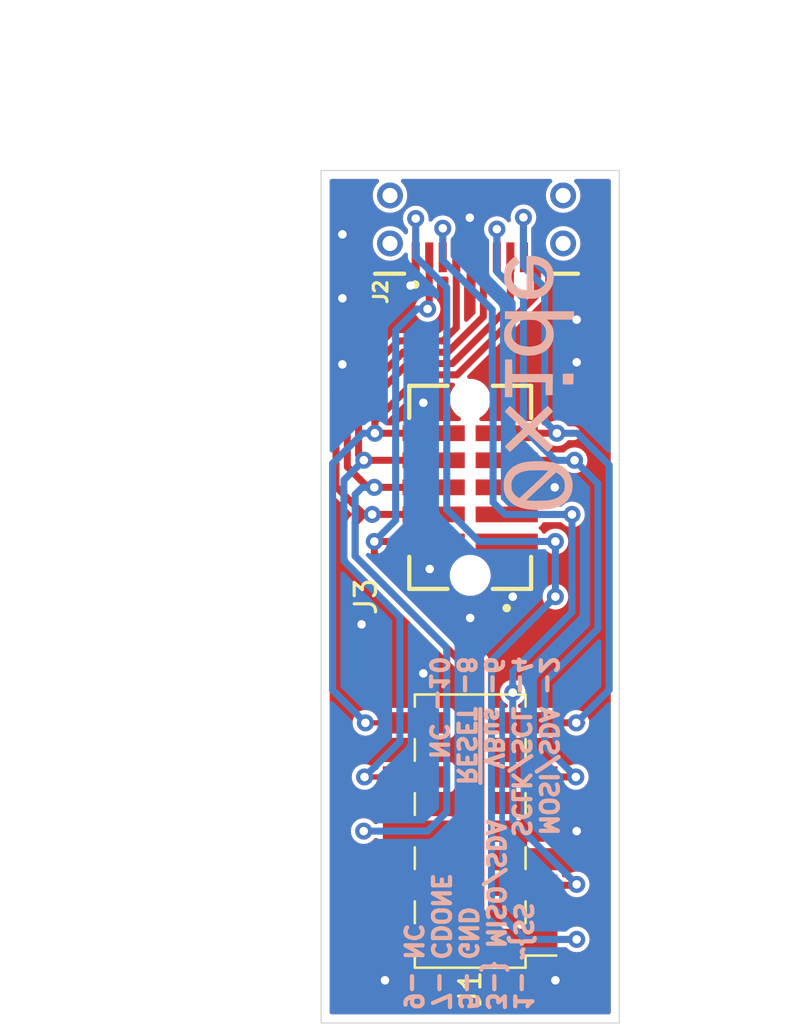
<source format=kicad_pcb>
(kicad_pcb (version 20221018) (generator pcbnew)
  (layers (0 "F.Cu" signal) (1 "In1.Cu" signal) (2 "In2.Cu" signal) (31 "B.Cu" signal) (34 "B.Paste" user) (35 "F.Paste" user) (36 "B.SilkS" user "B.Silkscreen") (37 "F.SilkS" user "F.Silkscreen") (38 "B.Mask" user) (39 "F.Mask" user) (44 "Edge.Cuts" user))
  (net 0 "")
  (net 1 "Net-(J1-Pad10)")
  (net 2 "Net-(J1-Pad9)")
  (net 3 "Net-(J1-Pad8)")
  (net 4 "Net-(J1-Pad7)")
  (net 5 "Net-(J1-Pad6)")
  (net 6 "Net-(J1-Pad4)")
  (net 7 "Net-(J1-Pad3)")
  (net 8 "Net-(J1-Pad2)")
  (net 9 "Net-(J1-Pad1)")
  (net 10 "GND")
  (footprint "Connector_PinHeader_2.54mm:PinHeader_2x05_P2.54mm_Vertical_SMD" (layer "F.Cu") (at 110 131 180)
    (fp_text reference "J1" (at 0 -7.41 270) (layer "F.SilkS"))
    (fp_text value "Conn_02x05_Odd_Even")
    (fp_line (start -4.04 -5.84) (end -2.6 -5.84) (stroke (width 0.12)) (layer "F.SilkS"))
    (fp_line (start -2.6 -6.41) (end -2.6 -5.84) (stroke (width 0.12)) (layer "F.SilkS"))
    (fp_line (start -2.6 -6.41) (end 2.6 -6.41) (stroke (width 0.12)) (layer "F.SilkS"))
    (fp_line (start -2.6 -4.32) (end -2.6 -3.3) (stroke (width 0.12)) (layer "F.SilkS"))
    (fp_line (start -2.6 -1.78) (end -2.6 -0.76) (stroke (width 0.12)) (layer "F.SilkS"))
    (fp_line (start -2.6 0.76) (end -2.6 1.78) (stroke (width 0.12)) (layer "F.SilkS"))
    (fp_line (start -2.6 3.3) (end -2.6 4.32) (stroke (width 0.12)) (layer "F.SilkS"))
    (fp_line (start -2.6 5.84) (end -2.6 6.41) (stroke (width 0.12)) (layer "F.SilkS"))
    (fp_line (start -2.6 6.41) (end 2.6 6.41) (stroke (width 0.12)) (layer "F.SilkS"))
    (fp_line (start 2.6 -6.41) (end 2.6 -5.84) (stroke (width 0.12)) (layer "F.SilkS"))
    (fp_line (start 2.6 -4.32) (end 2.6 -3.3) (stroke (width 0.12)) (layer "F.SilkS"))
    (fp_line (start 2.6 -1.78) (end 2.6 -0.76) (stroke (width 0.12)) (layer "F.SilkS"))
    (fp_line (start 2.6 0.76) (end 2.6 1.78) (stroke (width 0.12)) (layer "F.SilkS"))
    (fp_line (start 2.6 3.3) (end 2.6 4.32) (stroke (width 0.12)) (layer "F.SilkS"))
    (fp_line (start 2.6 5.84) (end 2.6 6.41) (stroke (width 0.12)) (layer "F.SilkS"))
    (pad "1" smd rect (at -2.525 -5.08 180) (size 3.15 1) (layers "F.Cu" "F.Paste" "F.Mask") (net 9 "Net-(J1-Pad1)"))
    (pad "2" smd rect (at 2.525 -5.08 180) (size 3.15 1) (layers "F.Cu" "F.Paste" "F.Mask") (net 8 "Net-(J1-Pad2)"))
    (pad "3" smd rect (at -2.525 -2.54 180) (size 3.15 1) (layers "F.Cu" "F.Paste" "F.Mask") (net 7 "Net-(J1-Pad3)"))
    (pad "4" smd rect (at 2.525 -2.54 180) (size 3.15 1) (layers "F.Cu" "F.Paste" "F.Mask") (net 6 "Net-(J1-Pad4)"))
    (pad "5" smd rect (at -2.525 0 180) (size 3.15 1) (layers "F.Cu" "F.Paste" "F.Mask") (net 10 "GND"))
    (pad "6" smd rect (at 2.525 0 180) (size 3.15 1) (layers "F.Cu" "F.Paste" "F.Mask") (net 5 "Net-(J1-Pad6)"))
    (pad "7" smd rect (at -2.525 2.54 180) (size 3.15 1) (layers "F.Cu" "F.Paste" "F.Mask") (net 4 "Net-(J1-Pad7)"))
    (pad "8" smd rect (at 2.525 2.54 180) (size 3.15 1) (layers "F.Cu" "F.Paste" "F.Mask") (net 3 "Net-(J1-Pad8)"))
    (pad "9" smd rect (at -2.525 5.08 180) (size 3.15 1) (layers "F.Cu" "F.Paste" "F.Mask") (net 2 "Net-(J1-Pad9)"))
    (pad "10" smd rect (at 2.525 5.08 180) (size 3.15 1) (layers "F.Cu" "F.Paste" "F.Mask") (net 1 "Net-(J1-Pad10)"))
  )
  (footprint "samtec:SAMTEC_TFC-105-02-F-D-A-K" (layer "F.Cu") (at 110 114.87 90)
    (fp_text reference "J3" (at -5.13 -4.9 90) (layer "F.SilkS"))
    (fp_text value "TFC-105-02-F-D-A-K")
    (fp_line (start -4.765 -2.86) (end -4.765 -1.06366) (stroke (width 0.2)) (layer "F.SilkS"))
    (fp_line (start -4.765 -2.86) (end -3.26 -2.86) (stroke (width 0.2)) (layer "F.SilkS"))
    (fp_line (start -4.765 1.06366) (end -4.765 2.86) (stroke (width 0.2)) (layer "F.SilkS"))
    (fp_line (start -3.26 2.86) (end -4.765 2.86) (stroke (width 0.2)) (layer "F.SilkS"))
    (fp_line (start 3.26 -2.86) (end 4.765 -2.86) (stroke (width 0.2)) (layer "F.SilkS"))
    (fp_line (start 3.26 2.86) (end 4.765 2.86) (stroke (width 0.2)) (layer "F.SilkS"))
    (fp_line (start 4.765 -1.06366) (end 4.765 -2.86) (stroke (width 0.2)) (layer "F.SilkS"))
    (fp_line (start 4.765 2.86) (end 4.765 1.06366) (stroke (width 0.2)) (layer "F.SilkS"))
    (fp_circle (center -5.665 1.715) (end -5.565 1.715) (stroke (width 0.2)) (fill none) (layer "F.SilkS"))
    (pad "" np_thru_hole circle (at -4.13 0 90) (size 1.42 1.42) (drill 1.42) (layers "*.Cu" "*.Mask"))
    (pad "" np_thru_hole circle (at 4.13 0 90) (size 1.42 1.42) (drill 1.42) (layers "*.Cu" "*.Mask"))
    (pad "01" smd rect (at -2.54 1.715 90) (size 0.74 2.92) (layers "F.Cu" "F.Paste" "F.Mask") (net 9 "Net-(J1-Pad1)"))
    (pad "02" smd rect (at -2.54 -1.715 90) (size 0.74 2.92) (layers "F.Cu" "F.Paste" "F.Mask") (net 8 "Net-(J1-Pad2)"))
    (pad "03" smd rect (at -1.27 1.715 90) (size 0.74 2.92) (layers "F.Cu" "F.Paste" "F.Mask") (net 7 "Net-(J1-Pad3)"))
    (pad "04" smd rect (at -1.27 -1.715 90) (size 0.74 2.92) (layers "F.Cu" "F.Paste" "F.Mask") (net 6 "Net-(J1-Pad4)"))
    (pad "05" smd rect (at 0 1.715 90) (size 0.74 2.92) (layers "F.Cu" "F.Paste" "F.Mask") (net 10 "GND"))
    (pad "06" smd rect (at 0 -1.715 90) (size 0.74 2.92) (layers "F.Cu" "F.Paste" "F.Mask") (net 5 "Net-(J1-Pad6)"))
    (pad "07" smd rect (at 1.27 1.715 90) (size 0.74 2.92) (layers "F.Cu" "F.Paste" "F.Mask") (net 4 "Net-(J1-Pad7)"))
    (pad "08" smd rect (at 1.27 -1.715 90) (size 0.74 2.92) (layers "F.Cu" "F.Paste" "F.Mask") (net 3 "Net-(J1-Pad8)"))
    (pad "09" smd rect (at 2.54 1.715 90) (size 0.74 2.92) (layers "F.Cu" "F.Paste" "F.Mask") (net 2 "Net-(J1-Pad9)"))
    (pad "10" smd rect (at 2.54 -1.715 90) (size 0.74 2.92) (layers "F.Cu" "F.Paste" "F.Mask") (net 1 "Net-(J1-Pad10)"))
  )
  (footprint "samtec:SAMTEC_SFM-105-02-X-DH-XX" (layer "F.Cu") (at 110.3 102.3)
    (fp_text reference "J2" (at -4.5 3.4 90) (layer "F.SilkS") (effects (font (size 0.64 0.64))))
    (fp_text value "SFM-105-02-X-DH-XX")
    (fp_line (start -4.765 2.545) (end -3.3975 2.545) (stroke (width 0.2)) (layer "F.SilkS"))
    (fp_line (start 3.3975 2.545) (end 4.7625 2.545) (stroke (width 0.2)) (layer "F.SilkS"))
    (fp_circle (center -2.88 3.055) (end -2.78 3.055) (stroke (width 0.2)) (fill none) (layer "F.SilkS"))
    (pad "01" smd rect (at -2.8575 1.775) (size 0.38 1.4) (layers "F.Cu" "F.Paste" "F.Mask") (net 9 "Net-(J1-Pad1)"))
    (pad "02" smd rect (at -2.2225 1.775) (size 0.38 1.4) (layers "F.Cu" "F.Paste" "F.Mask") (net 8 "Net-(J1-Pad2)"))
    (pad "03" smd rect (at -1.5875 1.775) (size 0.38 1.4) (layers "F.Cu" "F.Paste" "F.Mask") (net 7 "Net-(J1-Pad3)"))
    (pad "04" smd rect (at -0.9525 1.775) (size 0.38 1.4) (layers "F.Cu" "F.Paste" "F.Mask") (net 6 "Net-(J1-Pad4)"))
    (pad "05" smd rect (at -0.3175 1.775) (size 0.38 1.4) (layers "F.Cu" "F.Paste" "F.Mask") (net 10 "GND"))
    (pad "06" smd rect (at 0.3175 1.775) (size 0.38 1.4) (layers "F.Cu" "F.Paste" "F.Mask") (net 5 "Net-(J1-Pad6)"))
    (pad "07" smd rect (at 0.9525 1.775) (size 0.38 1.4) (layers "F.Cu" "F.Paste" "F.Mask") (net 4 "Net-(J1-Pad7)"))
    (pad "08" smd rect (at 1.5875 1.775) (size 0.38 1.4) (layers "F.Cu" "F.Paste" "F.Mask") (net 3 "Net-(J1-Pad8)"))
    (pad "09" smd rect (at 2.2225 1.775) (size 0.38 1.4) (layers "F.Cu" "F.Paste" "F.Mask") (net 2 "Net-(J1-Pad9)"))
    (pad "10" smd rect (at 2.8575 1.775) (size 0.38 1.4) (layers "F.Cu" "F.Paste" "F.Mask") (net 1 "Net-(J1-Pad10)"))
    (pad "S1" thru_hole circle (at -4.0645 1.125) (size 1.218 1.218) (drill 0.71) (layers "*.Cu" "*.Mask"))
    (pad "S2" thru_hole circle (at 4.0645 1.125) (size 1.218 1.218) (drill 0.71) (layers "*.Cu" "*.Mask"))
    (pad "S3" thru_hole circle (at -4.0645 -1.125) (size 1.218 1.218) (drill 0.71) (layers "*.Cu" "*.Mask"))
    (pad "S4" thru_hole circle (at 4.0645 -1.125) (size 1.218 1.218) (drill 0.71) (layers "*.Cu" "*.Mask"))
  )
  (footprint "tps:OXIDE_Wordmark" (layer "B.Cu") (at 116.1 110 90)
    (fp_text reference "Ref**" hide)
    (fp_text value "Val**" hide)
    (fp_poly (pts (xy 0.4445 -4.126451) (xy 0.788458 -4.132267) (xy 1.132417 -4.138083) (xy 1.132417 -4.455583) (xy 0.248708 -4.461107) (xy -0.635 -4.466631) (xy -0.635 -4.1275) (xy 0.0635 -4.1275) (xy 0.0635 -2.562329) (xy -0.53975 -2.550583) (xy -0.53975 -2.233083) (xy -0.047625 -2.227401) (xy 0.4445 -2.22172) (xy 0.4445 -4.126451)) (stroke (width 0.01)) (fill solid) (layer "B.SilkS"))
    (fp_poly (pts (xy 0.461052 -1.496864) (xy 0.455083 -1.74625) (xy 0.216561 -1.752238) (xy 0.107024 -1.753809) (xy 0.033471 -1.751636) (xy -0.010329 -1.745156) (xy -0.030606 -1.733803) (xy -0.03293 -1.729641) (xy -0.036949 -1.697466) (xy -0.039086 -1.633332) (xy -0.039137 -1.547579) (xy -0.037825 -1.480236) (xy -0.03175 -1.259417) (xy 0.217636 -1.253447) (xy 0.467022 -1.247478) (xy 0.461052 -1.496864)) (stroke (width 0.01)) (fill solid) (layer "B.SilkS"))
    (fp_poly (pts (xy 3.386667 -4.466167) (xy 3.026833 -4.466167) (xy 3.025723 -4.280958) (xy 3.024809 -4.193153) (xy 3.022307 -4.141869) (xy 3.016632 -4.121294) (xy 3.006198 -4.125615) (xy 2.989657 -4.148667) (xy 2.913923 -4.241229) (xy 2.81436 -4.332869) (xy 2.707379 -4.409508) (xy 2.648073 -4.441689) (xy 2.586272 -4.467532) (xy 2.526031 -4.484597) (xy 2.454926 -4.495061) (xy 2.360532 -4.5011) (xy 2.296583 -4.503257) (xy 2.188544 -4.505218) (xy 2.110537 -4.502959) (xy 2.050348 -4.494936) (xy 1.995759 -4.479605) (xy 1.941622 -4.458411) (xy 1.769417 -4.366065) (xy 1.625772 -4.244667) (xy 1.507305 -4.090976) (xy 1.449501 -3.987184) (xy 1.376628 -3.807217) (xy 1.332 -3.614466) (xy 1.313492 -3.39892) (xy 1.312701 -3.342427) (xy 1.315068 -3.308179) (xy 1.726857 -3.308179) (xy 1.737445 -3.513563) (xy 1.778293 -3.710359) (xy 1.801156 -3.778709) (xy 1.863899 -3.900174) (xy 1.952014 -4.007591) (xy 2.055875 -4.09112) (xy 2.151381 -4.136647) (xy 2.284939 -4.161085) (xy 2.430516 -4.157493) (xy 2.57005 -4.127296) (xy 2.64139 -4.098001) (xy 2.763556 -4.013489) (xy 2.866549 -3.896475) (xy 2.943361 -3.755009) (xy 2.946097 -3.748179) (xy 2.965858 -3.692102) (xy 2.979273 -3.63535) (xy 2.987529 -3.567793) (xy 2.99181 -3.4793) (xy 2.993301 -3.359738) (xy 2.993346 -3.344333) (xy 2.992785 -3.222928) (xy 2.989645 -3.133553) (xy 2.982691 -3.065927) (xy 2.970692 -3.009768) (xy 2.952414 -2.954794) (xy 2.944055 -2.933302) (xy 2.871555 -2.797929) (xy 2.772882 -2.681421) (xy 2.657228 -2.5941) (xy 2.628233 -2.578762) (xy 2.553021 -2.549476) (xy 2.469946 -2.534348) (xy 2.370667 -2.530084) (xy 2.205827 -2.547664) (xy 2.062966 -2.601205) (xy 1.943558 -2.689701) (xy 1.849077 -2.812145) (xy 1.796725 -2.922302) (xy 1.746595 -3.106871) (xy 1.726857 -3.308179) (xy 1.315068 -3.308179) (xy 1.328745 -3.110308) (xy 1.376439 -2.896776) (xy 1.453815 -2.704978) (xy 1.558906 -2.538059) (xy 1.689747 -2.399166) (xy 1.844369 -2.291446) (xy 2.014325 -2.219987) (xy 2.190878 -2.184401) (xy 2.372311 -2.180516) (xy 2.54669 -2.207608) (xy 2.694497 -2.26116) (xy 2.809611 -2.33033) (xy 2.90569 -2.411953) (xy 2.919886 -2.427341) (xy 3.005667 -2.524793) (xy 3.005667 -1.227667) (xy 3.386667 -1.227667) (xy 3.386667 -4.466167)) (stroke (width 0.01)) (fill solid) (layer "B.SilkS"))
    (fp_poly (pts (xy 5.195858 -2.191101) (xy 5.351424 -2.224508) (xy 5.496818 -2.284052) (xy 5.52461 -2.298686) (xy 5.661763 -2.396914) (xy 5.777677 -2.528698) (xy 5.870384 -2.689902) (xy 5.937911 -2.876388) (xy 5.97829 -3.08402) (xy 5.989799 -3.275542) (xy 5.990167 -3.450167) (xy 4.375577 -3.450167) (xy 4.387599 -3.566646) (xy 4.419248 -3.710276) (xy 4.480202 -3.849328) (xy 4.562991 -3.967663) (xy 4.583227 -3.989149) (xy 4.704753 -4.082705) (xy 4.842227 -4.141264) (xy 4.988879 -4.165553) (xy 5.13794 -4.156296) (xy 5.282642 -4.11422) (xy 5.416215 -4.04005) (xy 5.531889 -3.934511) (xy 5.57199 -3.883166) (xy 5.613935 -3.830594) (xy 5.650636 -3.796349) (xy 5.667095 -3.788833) (xy 5.701578 -3.799071) (xy 5.756696 -3.825462) (xy 5.821584 -3.861521) (xy 5.885378 -3.900764) (xy 5.937211 -3.936707) (xy 5.966219 -3.962865) (xy 5.969 -3.969017) (xy 5.954799 -4.002263) (xy 5.917016 -4.056215) (xy 5.862882 -4.122552) (xy 5.799625 -4.192948) (xy 5.734477 -4.259082) (xy 5.674667 -4.312629) (xy 5.661545 -4.322961) (xy 5.558467 -4.39322) (xy 5.456769 -4.442925) (xy 5.345387 -4.475415) (xy 5.213256 -4.494026) (xy 5.069417 -4.50162) (xy 4.945993 -4.50328) (xy 4.853446 -4.500062) (xy 4.780501 -4.490993) (xy 4.715881 -4.475103) (xy 4.699 -4.469717) (xy 4.514781 -4.393684) (xy 4.362876 -4.296445) (xy 4.238456 -4.173225) (xy 4.13669 -4.019245) (xy 4.053277 -3.831167) (xy 4.027956 -3.75666) (xy 4.010247 -3.686977) (xy 3.998339 -3.610391) (xy 3.990417 -3.515173) (xy 3.984671 -3.389598) (xy 3.98456 -3.386545) (xy 3.985851 -3.166055) (xy 3.997281 -3.069961) (xy 4.3815 -3.069961) (xy 4.3815 -3.132667) (xy 5.593896 -3.132667) (xy 5.581517 -3.028145) (xy 5.547595 -2.88332) (xy 5.484744 -2.750843) (xy 5.398629 -2.638628) (xy 5.294913 -2.554588) (xy 5.215802 -2.517081) (xy 5.092361 -2.491781) (xy 4.953942 -2.490709) (xy 4.819655 -2.512989) (xy 4.745827 -2.5386) (xy 4.637937 -2.60546) (xy 4.540475 -2.700911) (xy 4.46056 -2.814571) (xy 4.405311 -2.936058) (xy 4.381845 -3.05499) (xy 4.3815 -3.069961) (xy 3.997281 -3.069961) (xy 4.008364 -2.976795) (xy 4.054246 -2.812201) (xy 4.125643 -2.665711) (xy 4.2247 -2.530763) (xy 4.285953 -2.46488) (xy 4.430745 -2.342614) (xy 4.588767 -2.256049) (xy 4.765543 -2.203035) (xy 4.966595 -2.181424) (xy 5.0165 -2.180669) (xy 5.195858 -2.191101)) (stroke (width 0.01)) (fill solid) (layer "B.SilkS"))
    (fp_poly (pts (xy -1.278401 -2.236675) (xy -1.232394 -2.274179) (xy -1.175575 -2.327482) (xy -1.164476 -2.338604) (xy -1.049814 -2.454708) (xy -1.103129 -2.513229) (xy -1.13245 -2.544928) (xy -1.186016 -2.602362) (xy -1.259056 -2.680436) (xy -1.346803 -2.774056) (xy -1.444487 -2.878129) (xy -1.509555 -2.947376) (xy -1.607632 -3.052641) (xy -1.69524 -3.148461) (xy -1.768403 -3.23034) (xy -1.823143 -3.293779) (xy -1.855484 -3.334282) (xy -1.862667 -3.34667) (xy -1.848708 -3.368232) (xy -1.809574 -3.415706) (xy -1.749382 -3.484439) (xy -1.672247 -3.569779) (xy -1.582283 -3.667072) (xy -1.530274 -3.72246) (xy -1.429905 -3.828826) (xy -1.334877 -3.929606) (xy -1.250562 -4.019096) (xy -1.182332 -4.091593) (xy -1.135559 -4.141396) (xy -1.123676 -4.154097) (xy -1.049471 -4.233611) (xy -1.164304 -4.349889) (xy -1.222249 -4.405368) (xy -1.271173 -4.446457) (xy -1.301965 -4.465624) (xy -1.304999 -4.466167) (xy -1.325712 -4.451257) (xy -1.371111 -4.409195) (xy -1.437216 -4.343982) (xy -1.520047 -4.259616) (xy -1.615625 -4.160098) (xy -1.719972 -4.049428) (xy -1.726133 -4.042833) (xy -1.829946 -3.931909) (xy -1.92406 -3.831844) (xy -2.004703 -3.746609) (xy -2.068103 -3.680173) (xy -2.110489 -3.636506) (xy -2.128089 -3.619581) (xy -2.1283 -3.6195) (xy -2.14396 -3.634337) (xy -2.184679 -3.676202) (xy -2.246686 -3.741124) (xy -2.326208 -3.825133) (xy -2.419474 -3.924259) (xy -2.522712 -4.03453) (xy -2.530466 -4.042833) (xy -2.635144 -4.154006) (xy -2.731217 -4.25426) (xy -2.814718 -4.339596) (xy -2.881679 -4.406016) (xy -2.928132 -4.449521) (xy -2.95011 -4.466114) (xy -2.950551 -4.466167) (xy -2.9764 -4.452) (xy -3.022183 -4.414524) (xy -3.078839 -4.361278) (xy -3.089661 -4.35043) (xy -3.20396 -4.234694) (xy -3.163022 -4.187491) (xy -3.137532 -4.159344) (xy -3.087508 -4.105161) (xy -3.017418 -4.029744) (xy -2.931732 -3.937892) (xy -2.834919 -3.834408) (xy -2.756958 -3.751263) (xy -2.657313 -3.644485) (xy -2.568028 -3.54764) (xy -2.492995 -3.465045) (xy -2.436104 -3.401014) (xy -2.401246 -3.359866) (xy -2.391833 -3.34623) (xy -2.405771 -3.32722) (xy -2.445112 -3.281569) (xy -2.506148 -3.213371) (xy -2.585174 -3.126721) (xy -2.678482 -3.025713) (xy -2.782364 -2.914442) (xy -2.794 -2.902046) (xy -2.898788 -2.789951) (xy -2.993402 -2.687724) (xy -3.074136 -2.599449) (xy -3.137284 -2.529214) (xy -3.17914 -2.481106) (xy -3.195998 -2.459211) (xy -3.196167 -2.458586) (xy -3.181583 -2.43494) (xy -3.144171 -2.39306) (xy -3.093436 -2.342035) (xy -3.038887 -2.290951) (xy -2.990029 -2.248899) (xy -2.956371 -2.224965) (xy -2.9492 -2.2225) (xy -2.928912 -2.237398) (xy -2.884166 -2.279297) (xy -2.819124 -2.343998) (xy -2.737944 -2.427307) (xy -2.644786 -2.525027) (xy -2.566263 -2.608792) (xy -2.465051 -2.717232) (xy -2.371404 -2.817005) (xy -2.289805 -2.90338) (xy -2.224733 -2.971627) (xy -2.180673 -3.017015) (xy -2.164327 -3.033018) (xy -2.150973 -3.043357) (xy -2.136607 -3.047203) (xy -2.117706 -3.041451) (xy -2.090744 -3.022995) (xy -2.052198 -2.988731) (xy -1.998543 -2.935552) (xy -1.926255 -2.860354) (xy -1.83181 -2.760032) (xy -1.725917 -2.646726) (xy -1.621117 -2.535419) (xy -1.524885 -2.435029) (xy -1.441189 -2.349554) (xy -1.373999 -2.282987) (xy -1.327284 -2.239325) (xy -1.305013 -2.222563) (xy -1.304514 -2.2225) (xy -1.278401 -2.236675)) (stroke (width 0.01)) (fill solid) (layer "B.SilkS"))
    (fp_poly (pts (xy -4.675036 -1.295936) (xy -4.484656 -1.330601) (xy -4.303736 -1.397947) (xy -4.138338 -1.497972) (xy -4.010642 -1.612812) (xy -3.905713 -1.748637) (xy -3.813444 -1.911425) (xy -3.741802 -2.086071) (xy -3.717102 -2.169583) (xy -3.679445 -2.36016) (xy -3.65476 -2.57884) (xy -3.643045 -2.813861) (xy -3.644295 -3.053461) (xy -3.658509 -3.285876) (xy -3.685684 -3.499345) (xy -3.717443 -3.65125) (xy -3.792811 -3.872625) (xy -3.896265 -4.065046) (xy -4.026248 -4.226827) (xy -4.181206 -4.356277) (xy -4.359582 -4.45171) (xy -4.497072 -4.497246) (xy -4.625221 -4.519042) (xy -4.77358 -4.527006) (xy -4.923384 -4.521187) (xy -5.055873 -4.501634) (xy -5.08 -4.495717) (xy -5.221341 -4.449057) (xy -5.342254 -4.387037) (xy -5.458698 -4.300619) (xy -5.517536 -4.247963) (xy -5.645956 -4.100054) (xy -5.750039 -3.919151) (xy -5.798739 -3.788478) (xy -5.380564 -3.788478) (xy -5.323576 -3.88572) (xy -5.252501 -3.97668) (xy -5.155233 -4.061004) (xy -5.04746 -4.125888) (xy -5.009813 -4.141765) (xy -4.954996 -4.154317) (xy -4.87476 -4.163773) (xy -4.786007 -4.168172) (xy -4.781756 -4.168223) (xy -4.688807 -4.166501) (xy -4.618593 -4.156304) (xy -4.551732 -4.133416) (xy -4.491562 -4.105105) (xy -4.388118 -4.044131) (xy -4.307787 -3.972214) (xy -4.240409 -3.878379) (xy -4.187276 -3.776484) (xy -4.147029 -3.679713) (xy -4.115956 -3.577173) (xy -4.093113 -3.462092) (xy -4.077559 -3.327698) (xy -4.068352 -3.167219) (xy -4.06455 -2.973884) (xy -4.064324 -2.89268) (xy -4.06524 -2.761313) (xy -4.067605 -2.64363) (xy -4.071157 -2.546483) (xy -4.075633 -2.476725) (xy -4.080768 -2.44121) (xy -4.081745 -2.438978) (xy -4.094028 -2.441494) (xy -4.123059 -2.463443) (xy -4.170037 -2.506065) (xy -4.23616 -2.5706) (xy -4.322628 -2.658287) (xy -4.430637 -2.770367) (xy -4.561386 -2.90808) (xy -4.716075 -3.072664) (xy -4.8959 -3.265361) (xy -5.102061 -3.487409) (xy -5.258427 -3.656364) (xy -5.380564 -3.788478) (xy -5.798739 -3.788478) (xy -5.829916 -3.704824) (xy -5.885719 -3.456641) (xy -5.917578 -3.174173) (xy -5.920965 -3.06725) (xy -5.504662 -3.06725) (xy -5.503266 -3.196776) (xy -5.499525 -3.305294) (xy -5.493293 -3.384085) (xy -5.489761 -3.406902) (xy -5.478905 -3.45141) (xy -5.465795 -3.459718) (xy -5.440946 -3.437338) (xy -5.439691 -3.436006) (xy -5.417811 -3.412621) (xy -5.370257 -3.361692) (xy -5.300223 -3.286644) (xy -5.210901 -3.190898) (xy -5.105485 -3.077877) (xy -4.987167 -2.951004) (xy -4.859139 -2.813702) (xy -4.786158 -2.735427) (xy -4.169124 -2.073604) (xy -4.204129 -2.005177) (xy -4.297501 -1.864449) (xy -4.417059 -1.756702) (xy -4.469902 -1.724003) (xy -4.527593 -1.694193) (xy -4.578296 -1.675714) (xy -4.635368 -1.665911) (xy -4.712168 -1.662129) (xy -4.783667 -1.661642) (xy -4.886598 -1.663391) (xy -4.959796 -1.669942) (xy -5.015772 -1.683349) (xy -5.067037 -1.705672) (xy -5.074146 -1.70941) (xy -5.207306 -1.804256) (xy -5.316898 -1.933523) (xy -5.402116 -2.095939) (xy -5.462155 -2.29023) (xy -5.471929 -2.337253) (xy -5.481551 -2.409705) (xy -5.489701 -2.513469) (xy -5.496232 -2.639826) (xy -5.501 -2.780055) (xy -5.503858 -2.925436) (xy -5.504662 -3.06725) (xy -5.920965 -3.06725) (xy -5.925933 -2.910417) (xy -5.914068 -2.600423) (xy -5.878318 -2.324734) (xy -5.818457 -2.082548) (xy -5.734256 -1.873062) (xy -5.625486 -1.695474) (xy -5.556692 -1.612812) (xy -5.409932 -1.484077) (xy -5.242326 -1.388021) (xy -5.059933 -1.324646) (xy -4.868816 -1.293951) (xy -4.675036 -1.295936)) (stroke (width 0.01)) (fill solid) (layer "B.SilkS"))
  )
  (gr_line (start 103 140) (end 103 100) (stroke (width 0.05)) (layer "Edge.Cuts"))
  (gr_line (start 117 100) (end 117 140) (stroke (width 0.05)) (layer "Edge.Cuts"))
  (gr_line (start 117 140) (end 103 140) (stroke (width 0.05)) (layer "Edge.Cuts"))
  (gr_line (start 103 100) (end 117 100) (stroke (width 0.05)) (layer "Edge.Cuts"))
  (gr_text "1- ~{SS\n3-} MISO/SDA\n5- GND\n7- CDONE\n9- NC" (at 109.9 139.5 -90) (layer "B.SilkS") (effects (font (size 0.8 0.8) (thickness 0.2)) (justify left mirror)))
  (gr_text "MOSI/SDA -2\nSCLK/SCL -4\nVBus -6\n~{RESET} -8\nNC -10" (at 111.1 122.7 -90) (layer "B.SilkS") (effects (font (size 0.8 0.8) (thickness 0.2)) (justify right mirror)))
  (segment (start 105.08 125.92) (end 105.08 125.92) (width 0.25) (layer "F.Cu") (net 1))
  (segment (start 105.5 112.33) (end 105.5 112.33) (width 0.25) (layer "F.Cu") (net 1))
  (segment (start 107.475 125.92) (end 105.08 125.92) (width 0.25) (layer "F.Cu") (net 1))
  (segment (start 113.1575 105.818324) (end 109.385791 109.590033) (width 0.33) (layer "F.Cu") (net 1))
  (segment (start 108.285 112.33) (end 105.525014 112.33) (width 0.33) (layer "F.Cu") (net 1))
  (segment (start 105.525014 111.764315) (end 105.525014 112.33) (width 0.33) (layer "F.Cu") (net 1))
  (segment (start 107.699296 109.590033) (end 105.525014 111.764315) (width 0.33) (layer "F.Cu") (net 1))
  (segment (start 109.385791 109.590033) (end 107.699296 109.590033) (width 0.33) (layer "F.Cu") (net 1))
  (segment (start 113.1575 104.075) (end 113.1575 105.818324) (width 0.33) (layer "F.Cu") (net 1))
  (via (at 105.08 125.92) (size 0.8) (drill 0.4) (layers "F.Cu" "B.Cu") (net 1))
  (via (at 105.525014 112.33) (size 0.8) (drill 0.4) (layers "F.Cu" "B.Cu") (net 1))
  (segment (start 104.959329 112.33) (end 105.525014 112.33) (width 0.33) (layer "B.Cu") (net 1))
  (segment (start 105.08 125.92) (end 103.53998 124.37998) (width 0.33) (layer "B.Cu") (net 1))
  (segment (start 103.53998 113.749349) (end 104.959329 112.33) (width 0.33) (layer "B.Cu") (net 1))
  (segment (start 103.53998 124.37998) (end 103.53998 113.749349) (width 0.33) (layer "B.Cu") (net 1))
  (segment (start 112.5 102.1) (end 112.5 102.1) (width 0.25) (layer "F.Cu") (net 2))
  (segment (start 114.07 112.33) (end 114.07 112.33) (width 0.25) (layer "F.Cu") (net 2))
  (segment (start 114.98 125.92) (end 115.28 125.92) (width 0.25) (layer "F.Cu") (net 2))
  (segment (start 111.715 112.33) (end 114.07 112.33) (width 0.33) (layer "F.Cu") (net 2))
  (segment (start 112.525 125.92) (end 114.98 125.92) (width 0.33) (layer "F.Cu") (net 2))
  (segment (start 112.5225 103.8775) (end 112.5 103.855) (width 0.25) (layer "F.Cu") (net 2))
  (segment (start 112.5225 104.075) (end 112.5225 103.8775) (width 0.25) (layer "F.Cu") (net 2))
  (segment (start 112.5 103.855) (end 112.5 103.257498) (width 0.25) (layer "F.Cu") (net 2))
  (segment (start 114.07 112.33) (end 114.83 112.33) (width 0.25) (layer "F.Cu") (net 2))
  (segment (start 112.5 103.257498) (end 112.5 102.1) (width 0.33) (layer "F.Cu") (net 2))
  (via (at 114.98 125.92) (size 0.8) (drill 0.4) (layers "F.Cu" "B.Cu") (net 2))
  (via (at 114.07 112.33) (size 0.8) (drill 0.4) (layers "F.Cu" "B.Cu") (net 2))
  (via (at 112.5 102.2) (size 0.8) (drill 0.4) (layers "F.Cu" "B.Cu") (net 2))
  (segment (start 113.5 105.5) (end 113.5 111.76) (width 0.33) (layer "B.Cu") (net 2))
  (segment (start 116.525021 124.374979) (end 114.98 125.92) (width 0.33) (layer "B.Cu") (net 2))
  (segment (start 112.5 102.2) (end 112.5 104.5) (width 0.33) (layer "B.Cu") (net 2))
  (segment (start 112.5 104.5) (end 113.5 105.5) (width 0.33) (layer "B.Cu") (net 2))
  (segment (start 114.07 112.33) (end 115.03 112.33) (width 0.33) (layer "B.Cu") (net 2))
  (segment (start 115.03 112.33) (end 116.525021 113.825021) (width 0.33) (layer "B.Cu") (net 2))
  (segment (start 113.5 111.76) (end 114.07 112.33) (width 0.33) (layer "B.Cu") (net 2))
  (segment (start 116.525021 113.825021) (end 116.525021 124.374979) (width 0.33) (layer "B.Cu") (net 2))
  (segment (start 105.04 128.46) (end 105.04 128.46) (width 0.25) (layer "F.Cu") (net 3))
  (segment (start 105 113.6) (end 105 113.6) (width 0.25) (layer "F.Cu") (net 3))
  (segment (start 105.04 128.46) (end 105 128.5) (width 0.25) (layer "F.Cu") (net 3))
  (segment (start 107.475 128.46) (end 105.04 128.46) (width 0.25) (layer "F.Cu") (net 3))
  (segment (start 111.8875 106.338776) (end 109.166254 109.060022) (width 0.33) (layer "F.Cu") (net 3))
  (segment (start 104.760004 113.351116) (end 105.004444 113.595556) (width 0.33) (layer "F.Cu") (net 3))
  (segment (start 105.008888 113.6) (end 105.004444 113.595556) (width 0.33) (layer "F.Cu") (net 3))
  (segment (start 111.8875 104.075) (end 111.8875 106.338776) (width 0.33) (layer "F.Cu") (net 3))
  (segment (start 107.071574 109.060022) (end 104.760004 111.371592) (width 0.33) (layer "F.Cu") (net 3))
  (segment (start 109.166254 109.060022) (end 107.071574 109.060022) (width 0.33) (layer "F.Cu") (net 3))
  (segment (start 104.760004 111.371592) (end 104.760004 113.351116) (width 0.33) (layer "F.Cu") (net 3))
  (segment (start 108.285 113.6) (end 105.008888 113.6) (width 0.33) (layer "F.Cu") (net 3))
  (via (at 105.004444 113.595556) (size 0.8) (drill 0.4) (layers "F.Cu" "B.Cu") (net 3))
  (via (at 105.04 128.46) (size 0.8) (drill 0.4) (layers "F.Cu" "B.Cu") (net 3))
  (segment (start 106.7 126.8) (end 106.7 120.949548) (width 0.33) (layer "B.Cu") (net 3))
  (segment (start 105.04 128.46) (end 106.7 126.8) (width 0.33) (layer "B.Cu") (net 3))
  (segment (start 106.7 120.949548) (end 104.069991 118.319539) (width 0.33) (layer "B.Cu") (net 3))
  (segment (start 104.069991 114.530009) (end 105.004444 113.595556) (width 0.33) (layer "B.Cu") (net 3))
  (segment (start 104.069991 118.319539) (end 104.069991 114.530009) (width 0.33) (layer "B.Cu") (net 3))
  (segment (start 111.2525 102.7525) (end 111.2525 102.7525) (width 0.25) (layer "F.Cu") (net 4))
  (segment (start 114.9 113.6) (end 114.9 113.6) (width 0.25) (layer "F.Cu") (net 4))
  (segment (start 114.9 113.6) (end 114.9 113.6) (width 0.25) (layer "F.Cu") (net 4))
  (segment (start 114.96 128.46) (end 114.96 128.46) (width 0.25) (layer "F.Cu") (net 4))
  (segment (start 111.715 113.6) (end 114.9 113.6) (width 0.33) (layer "F.Cu") (net 4))
  (segment (start 112.525 128.46) (end 114.96 128.46) (width 0.33) (layer "F.Cu") (net 4))
  (segment (start 111.2525 104.075) (end 111.2525 102.7525) (width 0.33) (layer "F.Cu") (net 4))
  (via (at 114.96 128.46) (size 0.8) (drill 0.4) (layers "F.Cu" "B.Cu") (net 4))
  (via (at 111.2525 102.7525) (size 0.8) (drill 0.4) (layers "F.Cu" "B.Cu") (net 4))
  (via (at 114.9 113.6) (size 0.8) (drill 0.4) (layers "F.Cu" "B.Cu") (net 4))
  (segment (start 113.5 124) (end 113.5 127) (width 0.33) (layer "B.Cu") (net 4))
  (segment (start 115.99501 121.50499) (end 113.5 124) (width 0.33) (layer "B.Cu") (net 4))
  (segment (start 114.9 113.6) (end 115.99501 114.69501) (width 0.33) (layer "B.Cu") (net 4))
  (segment (start 114 113.6) (end 114.9 113.6) (width 0.33) (layer "B.Cu") (net 4))
  (segment (start 113.5 127) (end 114.560001 128.060001) (width 0.33) (layer "B.Cu") (net 4))
  (segment (start 111.2525 102.7525) (end 111.2525 104.7525) (width 0.33) (layer "B.Cu") (net 4))
  (segment (start 111.2525 104.7525) (end 112.5 106) (width 0.33) (layer "B.Cu") (net 4))
  (segment (start 115.99501 114.69501) (end 115.99501 121.50499) (width 0.33) (layer "B.Cu") (net 4))
  (segment (start 114.560001 128.060001) (end 114.96 128.46) (width 0.33) (layer "B.Cu") (net 4))
  (segment (start 112.5 112.1) (end 114 113.6) (width 0.33) (layer "B.Cu") (net 4))
  (segment (start 112.5 106) (end 112.5 112.1) (width 0.33) (layer "B.Cu") (net 4))
  (segment (start 105 131) (end 105 131) (width 0.25) (layer "F.Cu") (net 5))
  (segment (start 105.63 114.87) (end 105.63 114.87) (width 0.25) (layer "F.Cu") (net 5))
  (segment (start 105.5 114.87) (end 105.196998 114.87) (width 0.25) (layer "F.Cu") (net 5))
  (segment (start 110.6175 106.859228) (end 110.6175 104.075) (width 0.33) (layer "F.Cu") (net 5))
  (segment (start 104.229993 113.902994) (end 104.229993 111.152055) (width 0.33) (layer "F.Cu") (net 5))
  (segment (start 104.229993 111.152055) (end 106.852037 108.530011) (width 0.33) (layer "F.Cu") (net 5))
  (segment (start 105.196998 114.87) (end 104.229993 113.902994) (width 0.33) (layer "F.Cu") (net 5))
  (segment (start 107.475 131) (end 105 131) (width 0.25) (layer "F.Cu") (net 5))
  (segment (start 106.852037 108.530011) (end 108.946717 108.530011) (width 0.33) (layer "F.Cu") (net 5))
  (segment (start 108.285 114.87) (end 105.63 114.87) (width 0.33) (layer "F.Cu") (net 5))
  (segment (start 108.946717 108.530011) (end 110.6175 106.859228) (width 0.33) (layer "F.Cu") (net 5))
  (via (at 105 131) (size 0.8) (drill 0.4) (layers "F.Cu" "B.Cu") (net 5))
  (via (at 105.5 114.87) (size 0.8) (drill 0.4) (layers "F.Cu" "B.Cu") (net 5))
  (segment (start 104.6 115.204315) (end 104.6 118.1) (width 0.33) (layer "B.Cu") (net 5))
  (segment (start 108 131) (end 105 131) (width 0.33) (layer "B.Cu") (net 5))
  (segment (start 105.5 114.87) (end 104.934315 114.87) (width 0.33) (layer "B.Cu") (net 5))
  (segment (start 104.934315 114.87) (end 104.6 115.204315) (width 0.33) (layer "B.Cu") (net 5))
  (segment (start 108.9 130.1) (end 108 131) (width 0.33) (layer "B.Cu") (net 5))
  (segment (start 108.9 122.4) (end 108.9 130.1) (width 0.33) (layer "B.Cu") (net 5))
  (segment (start 104.6 118.1) (end 108.9 122.4) (width 0.33) (layer "B.Cu") (net 5))
  (segment (start 105.14 116.14) (end 105.14 116.14) (width 0.25) (layer "F.Cu") (net 6))
  (segment (start 104.600001 116.539999) (end 104.600001 118.100001) (width 0.33) (layer "F.Cu") (net 6))
  (segment (start 108.72718 108) (end 106.6325 108) (width 0.33) (layer "F.Cu") (net 6))
  (segment (start 109.3475 107.37968) (end 108.72718 108) (width 0.33) (layer "F.Cu") (net 6))
  (segment (start 103.699983 110.932517) (end 103.699982 114.839982) (width 0.33) (layer "F.Cu") (net 6))
  (segment (start 105 116.14) (end 104.600001 116.539999) (width 0.33) (layer "F.Cu") (net 6))
  (segment (start 109.46 133.54) (end 107.475 133.54) (width 0.33) (layer "F.Cu") (net 6))
  (segment (start 108.285 116.14) (end 105.14 116.14) (width 0.33) (layer "F.Cu") (net 6))
  (segment (start 104.600001 118.100001) (end 109.8 123.3) (width 0.33) (layer "F.Cu") (net 6))
  (segment (start 106.6325 108) (end 103.699983 110.932517) (width 0.33) (layer "F.Cu") (net 6))
  (segment (start 103.699982 114.839982) (end 105 116.14) (width 0.33) (layer "F.Cu") (net 6))
  (segment (start 109.8 123.3) (end 109.8 133.2) (width 0.33) (layer "F.Cu") (net 6))
  (segment (start 109.8 133.2) (end 109.46 133.54) (width 0.33) (layer "F.Cu") (net 6))
  (segment (start 109.3475 104.075) (end 109.3475 107.37968) (width 0.33) (layer "F.Cu") (net 6))
  (via (at 105.4 116.14) (size 0.8) (drill 0.4) (layers "F.Cu" "B.Cu") (net 6))
  (segment (start 108.7125 102.7125) (end 108.7125 102.7125) (width 0.25) (layer "F.Cu") (net 7))
  (segment (start 114.76 116.14) (end 114.76 116.14) (width 0.25) (layer "F.Cu") (net 7))
  (segment (start 114.86 133.54) (end 114.86 133.54) (width 0.25) (layer "F.Cu") (net 7))
  (segment (start 108.7125 104.075) (end 108.7125 102.7125) (width 0.33) (layer "F.Cu") (net 7))
  (segment (start 111.715 116.14) (end 114.76 116.14) (width 0.33) (layer "F.Cu") (net 7))
  (segment (start 112.525 133.54) (end 114.86 133.54) (width 0.33) (layer "F.Cu") (net 7))
  (via (at 112 124.5) (size 0.8) (drill 0.4) (layers "F.Cu" "B.Cu") (net 7))
  (via (at 114.779989 116.14) (size 0.8) (drill 0.4) (layers "F.Cu" "B.Cu") (net 7))
  (via (at 115 133.5) (size 0.8) (drill 0.4) (layers "F.Cu" "B.Cu") (net 7))
  (via (at 108.7125 102.7125) (size 0.8) (drill 0.4) (layers "F.Cu" "B.Cu") (net 7))
  (segment (start 112 124.5) (end 112 123.5) (width 0.33) (layer "B.Cu") (net 7))
  (segment (start 111.075001 115.575001) (end 111.64 116.14) (width 0.33) (layer "B.Cu") (net 7))
  (segment (start 112 123.5) (end 114.779989 120.720011) (width 0.33) (layer "B.Cu") (net 7))
  (segment (start 111.64 116.14) (end 114.779989 116.14) (width 0.33) (layer "B.Cu") (net 7))
  (segment (start 111.075001 110.223999) (end 111.075001 115.575001) (width 0.33) (layer "B.Cu") (net 7))
  (segment (start 114.779989 120.720011) (end 114.779989 116.14) (width 0.33) (layer "B.Cu") (net 7))
  (segment (start 111.035001 110.183999) (end 111.075001 110.223999) (width 0.33) (layer "B.Cu") (net 7))
  (segment (start 108.7125 102.7125) (end 108.7125 104.2125) (width 0.33) (layer "B.Cu") (net 7))
  (segment (start 108.7125 104.2125) (end 111.035001 106.535001) (width 0.33) (layer "B.Cu") (net 7))
  (segment (start 115 133.5) (end 112 130.5) (width 0.33) (layer "B.Cu") (net 7))
  (segment (start 111.035001 106.535001) (end 111.035001 110.183999) (width 0.33) (layer "B.Cu") (net 7))
  (segment (start 112 130.5) (end 112 124.5) (width 0.33) (layer "B.Cu") (net 7))
  (segment (start 105.59 117.41) (end 105.59 117.41) (width 0.25) (layer "F.Cu") (net 8))
  (segment (start 108.0775 106.4225) (end 108 106.5) (width 0.25) (layer "F.Cu") (net 8))
  (segment (start 108.285 117.41) (end 105.59 117.41) (width 0.33) (layer "F.Cu") (net 8))
  (segment (start 105.5 118) (end 110.5 123) (width 0.33) (layer "F.Cu") (net 8))
  (segment (start 105.5 117.41) (end 105.5 118) (width 0.33) (layer "F.Cu") (net 8))
  (segment (start 108.0775 104.075) (end 108.0775 106.4225) (width 0.33) (layer "F.Cu") (net 8))
  (segment (start 110.5 123) (end 110.5 135) (width 0.33) (layer "F.Cu") (net 8))
  (segment (start 109.42 136.08) (end 107.475 136.08) (width 0.33) (layer "F.Cu") (net 8))
  (segment (start 110.5 135) (end 109.42 136.08) (width 0.33) (layer "F.Cu") (net 8))
  (via (at 105.5 117.41) (size 0.8) (drill 0.4) (layers "F.Cu" "B.Cu") (net 8))
  (via (at 108 106.5) (size 0.8) (drill 0.4) (layers "F.Cu" "B.Cu") (net 8))
  (segment (start 108 106.5) (end 108 106.5) (width 0.25) (layer "B.Cu") (net 8))
  (segment (start 106.5 116.41) (end 106.5 107.5) (width 0.33) (layer "B.Cu") (net 8))
  (segment (start 106.5 107.5) (end 107.5 106.5) (width 0.33) (layer "B.Cu") (net 8))
  (segment (start 107.5 106.5) (end 108 106.5) (width 0.33) (layer "B.Cu") (net 8))
  (segment (start 105.5 117.41) (end 106.5 116.41) (width 0.33) (layer "B.Cu") (net 8))
  (segment (start 107.4425 102.2575) (end 107.4425 102.2575) (width 0.25) (layer "F.Cu") (net 9))
  (segment (start 113.89 117.41) (end 113.89 117.41) (width 0.25) (layer "F.Cu") (net 9))
  (segment (start 114.88 136.08) (end 114.88 136.08) (width 0.25) (layer "F.Cu") (net 9))
  (segment (start 107.4425 104.075) (end 107.4425 102.2575) (width 0.33) (layer "F.Cu") (net 9))
  (segment (start 111.715 117.41) (end 113.89 117.41) (width 0.33) (layer "F.Cu") (net 9))
  (segment (start 112.525 136.08) (end 114.88 136.08) (width 0.33) (layer "F.Cu") (net 9))
  (via (at 114 120) (size 0.8) (drill 0.4) (layers "F.Cu" "B.Cu") (net 9))
  (via (at 115 136.08) (size 0.8) (drill 0.4) (layers "F.Cu" "B.Cu") (net 9))
  (via (at 107.4425 102.2575) (size 0.8) (drill 0.4) (layers "F.Cu" "B.Cu") (net 9))
  (via (at 114 117.41) (size 0.8) (drill 0.4) (layers "F.Cu" "B.Cu") (net 9))
  (segment (start 114 120) (end 111 123) (width 0.33) (layer "B.Cu") (net 9))
  (segment (start 110.41 117.41) (end 114 117.41) (width 0.33) (layer "B.Cu") (net 9))
  (segment (start 111 134.5) (end 112.58 136.08) (width 0.33) (layer "B.Cu") (net 9))
  (segment (start 108.964999 115.964999) (end 110.41 117.41) (width 0.33) (layer "B.Cu") (net 9))
  (segment (start 114 120) (end 114 120) (width 0.33) (layer "B.Cu") (net 9))
  (segment (start 108.9 115.9) (end 108.964999 115.964999) (width 0.33) (layer "B.Cu") (net 9))
  (segment (start 111 123) (end 111 134.5) (width 0.33) (layer "B.Cu") (net 9))
  (segment (start 107.4425 102.2575) (end 107.4425 104.0425) (width 0.33) (layer "B.Cu") (net 9))
  (segment (start 114 117.41) (end 114 120) (width 0.33) (layer "B.Cu") (net 9))
  (segment (start 112.58 136.08) (end 115 136.08) (width 0.33) (layer "B.Cu") (net 9))
  (segment (start 108.9 105.529998) (end 108.9 115.9) (width 0.33) (layer "B.Cu") (net 9))
  (segment (start 107.4425 104.0425) (end 108.9 105.5) (width 0.33) (layer "B.Cu") (net 9))
  (segment (start 109.9825 102.2175) (end 109.9825 102.2175) (width 0.25) (layer "F.Cu") (net 10))
  (segment (start 113.97 114.87) (end 113.97 114.87) (width 0.25) (layer "F.Cu") (net 10))
  (segment (start 115 131) (end 115 131) (width 0.25) (layer "F.Cu") (net 10))
  (segment (start 109.9825 104.075) (end 109.9825 102.2175) (width 0.33) (layer "F.Cu") (net 10))
  (segment (start 112.525 131) (end 115 131) (width 0.33) (layer "F.Cu") (net 10))
  (segment (start 111.715 114.87) (end 113.97 114.87) (width 0.33) (layer "F.Cu") (net 10))
  (via (at 115 131) (size 0.8) (drill 0.4) (layers "F.Cu" "B.Cu") (net 10))
  (via (at 104.9 121.3) (size 0.8) (drill 0.4) (layers "F.Cu" "B.Cu") (net 10))
  (via (at 109.9825 102.2175) (size 0.8) (drill 0.4) (layers "F.Cu" "B.Cu") (net 10))
  (via (at 110 121) (size 0.8) (drill 0.4) (layers "F.Cu" "B.Cu") (net 10))
  (via (at 104 103) (size 0.8) (drill 0.4) (layers "F.Cu" "B.Cu") (net 10))
  (via (at 104 109.1) (size 0.8) (drill 0.4) (layers "F.Cu" "B.Cu") (net 10))
  (via (at 112 120) (size 0.8) (drill 0.4) (layers "F.Cu" "B.Cu") (net 10))
  (via (at 106 138) (size 0.8) (drill 0.4) (layers "F.Cu" "B.Cu") (net 10))
  (via (at 104 106) (size 0.8) (drill 0.4) (layers "F.Cu" "B.Cu") (net 10))
  (via (at 107.8 110.9) (size 0.8) (drill 0.4) (layers "F.Cu" "B.Cu") (net 10))
  (via (at 108.1 118.7) (size 0.8) (drill 0.4) (layers "F.Cu" "B.Cu") (net 10))
  (via (at 107.2 105.4) (size 0.8) (drill 0.4) (layers "F.Cu" "B.Cu") (net 10))
  (via (at 115 107) (size 0.8) (drill 0.4) (layers "F.Cu" "B.Cu") (net 10))
  (via (at 107.8 123.6) (size 0.8) (drill 0.4) (layers "F.Cu" "B.Cu") (net 10))
  (via (at 114 138) (size 0.8) (drill 0.4) (layers "F.Cu" "B.Cu") (net 10))
  (via (at 115 109) (size 0.8) (drill 0.4) (layers "F.Cu" "B.Cu") (net 10))
  (via (at 113.97 114.87) (size 0.8) (drill 0.4) (layers "F.Cu" "B.Cu") (net 10))
  (segment (start 114.600001 130.600001) (end 115 131) (width 0.25) (layer "B.Cu") (net 10))
  (segment (start 113.97 114.87) (end 114.703002 114.87) (width 0.25) (layer "B.Cu") (net 10))
  (segment (start 112.37 114.87) (end 113.97 114.87) (width 0.25) (layer "B.Cu") (net 10))
  (segment (start 113 129) (end 114.600001 130.600001) (width 0.25) (layer "B.Cu") (net 10))
  (segment (start 109.9825 104.4825) (end 112 106.5) (width 0.25) (layer "B.Cu") (net 10))
  (segment (start 114.703002 114.87) (end 115.504999 115.671997) (width 0.25) (layer "B.Cu") (net 10))
  (segment (start 115.504999 120.995001) (end 113 123.5) (width 0.25) (layer "B.Cu") (net 10))
  (segment (start 109.9825 102.2175) (end 109.9825 104.4825) (width 0.25) (layer "B.Cu") (net 10))
  (segment (start 115.504999 115.671997) (end 115.504999 120.995001) (width 0.25) (layer "B.Cu") (net 10))
  (segment (start 113 123.5) (end 113 129) (width 0.25) (layer "B.Cu") (net 10))
  (segment (start 112 106.5) (end 112 114.5) (width 0.25) (layer "B.Cu") (net 10))
  (segment (start 112 114.5) (end 112.37 114.87) (width 0.25) (layer "B.Cu") (net 10))
  (zone (net 10) (net_name "GND") (layer "F.Cu") (connect_pads (clearance 0.2)) (min_thickness 0.2) (fill yes (thermal_gap 0.3) (thermal_bridge_width 0.3))
    (polygon (pts (xy 116.6 139.6) (xy 103.4 139.6) (xy 103.4 100.4) (xy 116.6 100.4)))
  )
  (zone (net 10) (net_name "GND") (layer "B.Cu") (connect_pads (clearance 0.2)) (min_thickness 0.2) (fill yes (thermal_gap 0.3) (thermal_bridge_width 0.3))
    (polygon (pts (xy 116.6 139.6) (xy 103.4 139.6) (xy 103.4 100.4) (xy 116.6 100.4)))
  )
)
</source>
